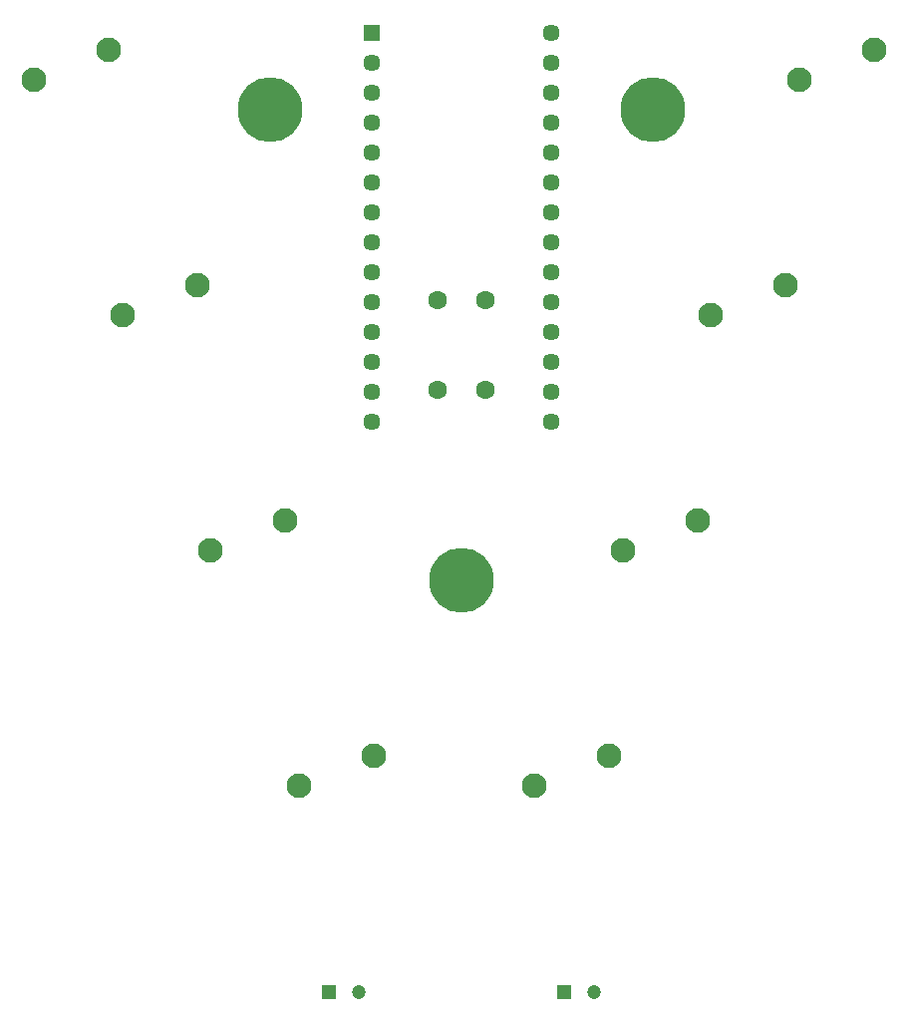
<source format=gts>
%FSLAX33Y33*%
%MOMM*%
%ADD10C,2.0986*%
%ADD11C,0.08*%
%ADD12C,5.5*%
%ADD13C,1.6*%
%ADD14R,1.2X1.2*%
%ADD15C,1.2*%
%ADD16R,1.45X1.45*%
%ADD17C,1.45*%
D10*
%LNtop solder mask_traces*%
%LNtop solder mask component 7ec52513eab4e538*%
G01*
X60040Y25080D03*
X53690Y22540D03*
D11*
X57500Y20000D03*
%LNtop solder mask component f85e328563b2d15e*%
D12*
X31250Y80000D03*
%LNtop solder mask component 43527c7ee55a2564*%
D10*
X25040Y65080D03*
X18690Y62540D03*
D11*
X22500Y60000D03*
%LNtop solder mask component d72f9bfd8d57e7ca*%
D10*
X32540Y45080D03*
X26190Y42540D03*
D11*
X30000Y40000D03*
%LNtop solder mask component 2befe2d6c52f61c3*%
D10*
X75040Y65080D03*
X68690Y62540D03*
D11*
X72500Y60000D03*
%LNtop solder mask component fc323c8432a844fc*%
D10*
X67540Y45080D03*
X61190Y42540D03*
D11*
X65000Y40000D03*
%LNtop solder mask component 1cbee34cdb0d41a6*%
D10*
X17540Y85080D03*
X11190Y82540D03*
D11*
X15000Y80000D03*
%LNtop solder mask component e12a0b81499e0431*%
D10*
X82540Y85080D03*
X76190Y82540D03*
D11*
X80000Y80000D03*
%LNtop solder mask component 9acb38a9a759ea71*%
D12*
X63750Y80000D03*
%LNtop solder mask component 28d3a153ef29f678*%
D13*
X49500Y56190D03*
X49500Y63810D03*
%LNtop solder mask component 15bacbb849e6aa73*%
D14*
X36230Y5000D03*
D15*
X38770Y5000D03*
%LNtop solder mask component 9ee3b852968f6e66*%
D14*
X56230Y5000D03*
D15*
X58770Y5000D03*
%LNtop solder mask component a5ab14b6229aa281*%
D12*
X47500Y40000D03*
%LNtop solder mask component ad6ac8bc52ef453c*%
D16*
X39880Y86510D03*
D17*
X39880Y83970D03*
X39880Y81430D03*
X39880Y78890D03*
X39880Y76350D03*
X39880Y73810D03*
X39880Y71270D03*
X39880Y68730D03*
X39880Y66190D03*
X39880Y63650D03*
X39880Y61110D03*
X39880Y58570D03*
X39880Y56030D03*
X39880Y53490D03*
X55120Y53490D03*
X55120Y56030D03*
X55120Y58570D03*
X55120Y61110D03*
X55120Y63650D03*
X55120Y66190D03*
X55120Y68730D03*
X55120Y71270D03*
X55120Y73810D03*
X55120Y76350D03*
X55120Y78890D03*
X55120Y81430D03*
X55120Y83970D03*
X55120Y86510D03*
%LNtop solder mask component 1999d55fcb4c457c*%
D10*
X40040Y25080D03*
X33690Y22540D03*
D11*
X37500Y20000D03*
%LNtop solder mask component c0f73628fd176817*%
D13*
X45500Y56190D03*
X45500Y63810D03*
M02*
</source>
